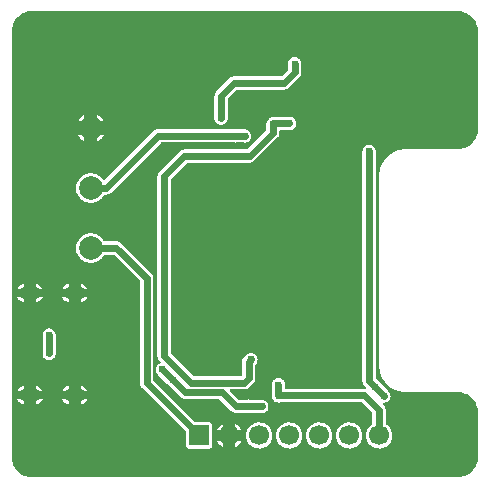
<source format=gbl>
G04 Layer: BottomLayer*
G04 EasyEDA v6.5.22, 2023-04-06 23:37:51*
G04 59bfaf2a9afe4f888a6a27d7eff82a53,13d4147aac1444c28c06bf4132869bd4,10*
G04 Gerber Generator version 0.2*
G04 Scale: 100 percent, Rotated: No, Reflected: No *
G04 Dimensions in millimeters *
G04 leading zeros omitted , absolute positions ,4 integer and 5 decimal *
%FSLAX45Y45*%
%MOMM*%

%ADD10C,0.6000*%
%ADD11O,1.7999964X1.0999978000000001*%
%ADD12C,2.0000*%
%ADD13R,1.7000X1.7000*%
%ADD14C,1.7000*%
%ADD15C,5.0000*%
%ADD16C,0.6096*%
%ADD17C,0.0125*%

%LPD*%
G36*
X200863Y-3974084D02*
G01*
X182422Y-3973118D01*
X165557Y-3970578D01*
X148996Y-3966413D01*
X132943Y-3960571D01*
X117500Y-3953256D01*
X102870Y-3944416D01*
X89204Y-3934206D01*
X76606Y-3922725D01*
X65125Y-3910025D01*
X55016Y-3896258D01*
X46278Y-3881577D01*
X39014Y-3866134D01*
X33324Y-3850030D01*
X29209Y-3833469D01*
X26771Y-3816553D01*
X25908Y-3799128D01*
X25908Y-200863D01*
X26873Y-182422D01*
X29413Y-165557D01*
X33578Y-148996D01*
X39420Y-132943D01*
X46736Y-117500D01*
X55575Y-102870D01*
X65786Y-89204D01*
X77266Y-76606D01*
X89966Y-65125D01*
X103733Y-55016D01*
X118414Y-46278D01*
X133858Y-39014D01*
X149961Y-33324D01*
X166522Y-29209D01*
X183438Y-26771D01*
X200863Y-25908D01*
X3799128Y-25908D01*
X3817569Y-26873D01*
X3834434Y-29413D01*
X3850995Y-33578D01*
X3867048Y-39420D01*
X3882491Y-46736D01*
X3897122Y-55575D01*
X3910787Y-65786D01*
X3923385Y-77266D01*
X3934866Y-89966D01*
X3944975Y-103733D01*
X3953713Y-118414D01*
X3960977Y-133858D01*
X3966667Y-149961D01*
X3970782Y-166522D01*
X3973220Y-183438D01*
X3974084Y-200863D01*
X3974084Y-1021638D01*
X3973118Y-1040028D01*
X3970578Y-1056944D01*
X3966413Y-1073505D01*
X3960571Y-1089558D01*
X3953256Y-1105001D01*
X3944416Y-1119581D01*
X3934206Y-1133297D01*
X3922725Y-1145895D01*
X3910025Y-1157325D01*
X3896258Y-1167485D01*
X3881577Y-1176223D01*
X3866134Y-1183487D01*
X3850030Y-1189177D01*
X3833469Y-1193292D01*
X3816553Y-1195730D01*
X3799128Y-1196594D01*
X3362553Y-1196492D01*
X3341624Y-1197457D01*
X3316782Y-1201166D01*
X3298139Y-1205839D01*
X3277209Y-1213154D01*
X3257092Y-1222502D01*
X3238042Y-1233779D01*
X3235604Y-1235405D01*
X3217875Y-1248714D01*
X3201568Y-1263700D01*
X3188614Y-1277975D01*
X3175304Y-1295704D01*
X3163773Y-1314653D01*
X3162401Y-1317193D01*
X3153054Y-1337310D01*
X3145739Y-1358239D01*
X3141065Y-1376883D01*
X3137357Y-1401724D01*
X3136392Y-1422654D01*
X3136392Y-3021990D01*
X3137662Y-3031185D01*
X3138424Y-3046476D01*
X3141522Y-3068421D01*
X3142081Y-3071317D01*
X3146755Y-3089960D01*
X3154121Y-3110890D01*
X3163468Y-3131007D01*
X3174746Y-3150057D01*
X3187801Y-3167938D01*
X3202584Y-3184499D01*
X3218942Y-3199485D01*
X3239058Y-3214420D01*
X3255568Y-3224326D01*
X3275584Y-3233928D01*
X3278276Y-3235045D01*
X3299155Y-3242360D01*
X3317849Y-3247034D01*
X3342640Y-3250742D01*
X3361588Y-3251657D01*
X3366465Y-3251403D01*
X3799332Y-3251301D01*
X3817721Y-3252266D01*
X3834637Y-3254806D01*
X3851198Y-3259023D01*
X3867251Y-3264814D01*
X3882644Y-3272129D01*
X3897274Y-3280968D01*
X3910990Y-3291179D01*
X3923588Y-3302711D01*
X3935018Y-3315360D01*
X3945178Y-3329127D01*
X3953916Y-3343808D01*
X3961180Y-3359251D01*
X3966870Y-3375355D01*
X3970985Y-3391915D01*
X3973423Y-3408832D01*
X3974084Y-3426002D01*
X3974084Y-3799128D01*
X3973118Y-3817569D01*
X3970578Y-3834434D01*
X3966413Y-3850995D01*
X3960571Y-3867048D01*
X3953256Y-3882491D01*
X3944416Y-3897122D01*
X3934206Y-3910787D01*
X3922725Y-3923385D01*
X3910025Y-3934866D01*
X3896258Y-3944975D01*
X3881577Y-3953713D01*
X3866134Y-3960977D01*
X3850030Y-3966667D01*
X3833469Y-3970782D01*
X3816553Y-3973220D01*
X3799128Y-3974084D01*
G37*

%LPC*%
G36*
X1528470Y-3730396D02*
G01*
X1697329Y-3730396D01*
X1703628Y-3729685D01*
X1709115Y-3727805D01*
X1713992Y-3724706D01*
X1718106Y-3720592D01*
X1721205Y-3715715D01*
X1723085Y-3710228D01*
X1723796Y-3703929D01*
X1723796Y-3535070D01*
X1723085Y-3528771D01*
X1721205Y-3523284D01*
X1718106Y-3518408D01*
X1713992Y-3514293D01*
X1709115Y-3511194D01*
X1703628Y-3509314D01*
X1697329Y-3508603D01*
X1585264Y-3508603D01*
X1581353Y-3507841D01*
X1578102Y-3505606D01*
X1226769Y-3154324D01*
X1224584Y-3151022D01*
X1223822Y-3147110D01*
X1223822Y-2287219D01*
X1223568Y-2282190D01*
X1222959Y-2277313D01*
X1221892Y-2272588D01*
X1220419Y-2267915D01*
X1218590Y-2263444D01*
X1216304Y-2259076D01*
X1213713Y-2254961D01*
X1210716Y-2251100D01*
X1207312Y-2247341D01*
X952855Y-1992630D01*
X949045Y-1989175D01*
X945235Y-1986229D01*
X941069Y-1983587D01*
X936802Y-1981352D01*
X932230Y-1979472D01*
X927608Y-1977999D01*
X922832Y-1976932D01*
X918057Y-1976323D01*
X912926Y-1976069D01*
X814222Y-1976069D01*
X810818Y-1975510D01*
X807770Y-1973783D01*
X805535Y-1971192D01*
X799033Y-1960473D01*
X789686Y-1948535D01*
X778916Y-1937766D01*
X766978Y-1928418D01*
X753973Y-1920544D01*
X740105Y-1914296D01*
X725576Y-1909775D01*
X710641Y-1907032D01*
X695452Y-1906117D01*
X680262Y-1907032D01*
X665327Y-1909775D01*
X650798Y-1914296D01*
X636930Y-1920544D01*
X623925Y-1928418D01*
X611987Y-1937766D01*
X601218Y-1948535D01*
X591870Y-1960473D01*
X583996Y-1973478D01*
X577748Y-1987346D01*
X573227Y-2001875D01*
X570484Y-2016810D01*
X569569Y-2032000D01*
X570484Y-2047189D01*
X573227Y-2062124D01*
X577748Y-2076653D01*
X583996Y-2090521D01*
X591870Y-2103526D01*
X601218Y-2115464D01*
X611987Y-2126234D01*
X623925Y-2135581D01*
X636930Y-2143455D01*
X650798Y-2149703D01*
X665327Y-2154224D01*
X680262Y-2156968D01*
X695452Y-2157882D01*
X710641Y-2156968D01*
X725576Y-2154224D01*
X740105Y-2149703D01*
X753973Y-2143455D01*
X766978Y-2135581D01*
X778916Y-2126234D01*
X789686Y-2115464D01*
X799033Y-2103526D01*
X805535Y-2092807D01*
X807770Y-2090216D01*
X810818Y-2088489D01*
X814222Y-2087930D01*
X885748Y-2087930D01*
X889660Y-2088692D01*
X892911Y-2090877D01*
X1109014Y-2307183D01*
X1111199Y-2310485D01*
X1111961Y-2314346D01*
X1111961Y-3174288D01*
X1112215Y-3179368D01*
X1112824Y-3184194D01*
X1113891Y-3188970D01*
X1115364Y-3193592D01*
X1117244Y-3198114D01*
X1119479Y-3202432D01*
X1122121Y-3206546D01*
X1125067Y-3210407D01*
X1128522Y-3214166D01*
X1499006Y-3584701D01*
X1501241Y-3587953D01*
X1502003Y-3591864D01*
X1502003Y-3703929D01*
X1502714Y-3710228D01*
X1504594Y-3715715D01*
X1507693Y-3720592D01*
X1511808Y-3724706D01*
X1516684Y-3727805D01*
X1522171Y-3729685D01*
G37*
G36*
X2124456Y-3730345D02*
G01*
X2138578Y-3728974D01*
X2152446Y-3725824D01*
X2165807Y-3720896D01*
X2178405Y-3714343D01*
X2190038Y-3706215D01*
X2200554Y-3696665D01*
X2209749Y-3685844D01*
X2217521Y-3673906D01*
X2223668Y-3661105D01*
X2228138Y-3647643D01*
X2230882Y-3633673D01*
X2231796Y-3619500D01*
X2230882Y-3605326D01*
X2228138Y-3591356D01*
X2223668Y-3577894D01*
X2217521Y-3565093D01*
X2209749Y-3553155D01*
X2200554Y-3542334D01*
X2190038Y-3532784D01*
X2178405Y-3524656D01*
X2165807Y-3518103D01*
X2152446Y-3513175D01*
X2138578Y-3510026D01*
X2124456Y-3508654D01*
X2110232Y-3509111D01*
X2096211Y-3511397D01*
X2082596Y-3515461D01*
X2069592Y-3521201D01*
X2057450Y-3528568D01*
X2046325Y-3537407D01*
X2036470Y-3547618D01*
X2027986Y-3558997D01*
X2020976Y-3571392D01*
X2015642Y-3584549D01*
X2012035Y-3598316D01*
X2010257Y-3612387D01*
X2010257Y-3626612D01*
X2012035Y-3640683D01*
X2015642Y-3654450D01*
X2020976Y-3667607D01*
X2027986Y-3680002D01*
X2036470Y-3691382D01*
X2046325Y-3701592D01*
X2057450Y-3710432D01*
X2069592Y-3717798D01*
X2082596Y-3723589D01*
X2096211Y-3727602D01*
X2110232Y-3729888D01*
G37*
G36*
X2378456Y-3730345D02*
G01*
X2392578Y-3728974D01*
X2406446Y-3725824D01*
X2419807Y-3720896D01*
X2432405Y-3714343D01*
X2444038Y-3706215D01*
X2454554Y-3696665D01*
X2463749Y-3685844D01*
X2471521Y-3673906D01*
X2477668Y-3661105D01*
X2482138Y-3647643D01*
X2484882Y-3633673D01*
X2485796Y-3619500D01*
X2484882Y-3605326D01*
X2482138Y-3591356D01*
X2477668Y-3577894D01*
X2471521Y-3565093D01*
X2463749Y-3553155D01*
X2454554Y-3542334D01*
X2444038Y-3532784D01*
X2432405Y-3524656D01*
X2419807Y-3518103D01*
X2406446Y-3513175D01*
X2392578Y-3510026D01*
X2378456Y-3508654D01*
X2364232Y-3509111D01*
X2350211Y-3511397D01*
X2336596Y-3515461D01*
X2323592Y-3521201D01*
X2311450Y-3528568D01*
X2300325Y-3537407D01*
X2290470Y-3547618D01*
X2281986Y-3558997D01*
X2274976Y-3571392D01*
X2269642Y-3584549D01*
X2266035Y-3598316D01*
X2264257Y-3612387D01*
X2264257Y-3626612D01*
X2266035Y-3640683D01*
X2269642Y-3654450D01*
X2274976Y-3667607D01*
X2281986Y-3680002D01*
X2290470Y-3691382D01*
X2300325Y-3701592D01*
X2311450Y-3710432D01*
X2323592Y-3717798D01*
X2336596Y-3723589D01*
X2350211Y-3727602D01*
X2364232Y-3729888D01*
G37*
G36*
X2886456Y-3730345D02*
G01*
X2900578Y-3728974D01*
X2914446Y-3725824D01*
X2927807Y-3720896D01*
X2940405Y-3714343D01*
X2952038Y-3706215D01*
X2962554Y-3696665D01*
X2971749Y-3685844D01*
X2979521Y-3673906D01*
X2985668Y-3661105D01*
X2990138Y-3647643D01*
X2992882Y-3633673D01*
X2993796Y-3619500D01*
X2992882Y-3605326D01*
X2990138Y-3591356D01*
X2985668Y-3577894D01*
X2979521Y-3565093D01*
X2971749Y-3553155D01*
X2962554Y-3542334D01*
X2952038Y-3532784D01*
X2940405Y-3524656D01*
X2927807Y-3518103D01*
X2914446Y-3513175D01*
X2900578Y-3510026D01*
X2886456Y-3508654D01*
X2872232Y-3509111D01*
X2858211Y-3511397D01*
X2844596Y-3515461D01*
X2831592Y-3521201D01*
X2819450Y-3528568D01*
X2808325Y-3537407D01*
X2798470Y-3547618D01*
X2789986Y-3558997D01*
X2782976Y-3571392D01*
X2777642Y-3584549D01*
X2774035Y-3598316D01*
X2772257Y-3612387D01*
X2772257Y-3626612D01*
X2774035Y-3640683D01*
X2777642Y-3654450D01*
X2782976Y-3667607D01*
X2789986Y-3680002D01*
X2798470Y-3691382D01*
X2808325Y-3701592D01*
X2819450Y-3710432D01*
X2831592Y-3717798D01*
X2844596Y-3723589D01*
X2858211Y-3727602D01*
X2872232Y-3729888D01*
G37*
G36*
X2632456Y-3730345D02*
G01*
X2646578Y-3728974D01*
X2660446Y-3725824D01*
X2673807Y-3720896D01*
X2686405Y-3714343D01*
X2698038Y-3706215D01*
X2708554Y-3696665D01*
X2717749Y-3685844D01*
X2725521Y-3673906D01*
X2731668Y-3661105D01*
X2736138Y-3647643D01*
X2738882Y-3633673D01*
X2739796Y-3619500D01*
X2738882Y-3605326D01*
X2736138Y-3591356D01*
X2731668Y-3577894D01*
X2725521Y-3565093D01*
X2717749Y-3553155D01*
X2708554Y-3542334D01*
X2698038Y-3532784D01*
X2686405Y-3524656D01*
X2673807Y-3518103D01*
X2660446Y-3513175D01*
X2646578Y-3510026D01*
X2632456Y-3508654D01*
X2618232Y-3509111D01*
X2604211Y-3511397D01*
X2590596Y-3515461D01*
X2577592Y-3521201D01*
X2565450Y-3528568D01*
X2554325Y-3537407D01*
X2544470Y-3547618D01*
X2535986Y-3558997D01*
X2528976Y-3571392D01*
X2523642Y-3584549D01*
X2520035Y-3598316D01*
X2518257Y-3612387D01*
X2518257Y-3626612D01*
X2520035Y-3640683D01*
X2523642Y-3654450D01*
X2528976Y-3667607D01*
X2535986Y-3680002D01*
X2544470Y-3691382D01*
X2554325Y-3701592D01*
X2565450Y-3710432D01*
X2577592Y-3717798D01*
X2590596Y-3723589D01*
X2604211Y-3727602D01*
X2618232Y-3729888D01*
G37*
G36*
X3140456Y-3730345D02*
G01*
X3154578Y-3728974D01*
X3168446Y-3725824D01*
X3181807Y-3720896D01*
X3194405Y-3714343D01*
X3206038Y-3706215D01*
X3216554Y-3696665D01*
X3225749Y-3685844D01*
X3233521Y-3673906D01*
X3239668Y-3661105D01*
X3244138Y-3647643D01*
X3246882Y-3633673D01*
X3247796Y-3619500D01*
X3246882Y-3605326D01*
X3244138Y-3591356D01*
X3239668Y-3577894D01*
X3233521Y-3565093D01*
X3225749Y-3553155D01*
X3216554Y-3542334D01*
X3206038Y-3532784D01*
X3197148Y-3526586D01*
X3194812Y-3524351D01*
X3193338Y-3521456D01*
X3192830Y-3518255D01*
X3192830Y-3404615D01*
X3192576Y-3399536D01*
X3191967Y-3394710D01*
X3190900Y-3389934D01*
X3189427Y-3385261D01*
X3187547Y-3380790D01*
X3185312Y-3376472D01*
X3182670Y-3372358D01*
X3179724Y-3368446D01*
X3176270Y-3364687D01*
X3169716Y-3358134D01*
X3167481Y-3354781D01*
X3166719Y-3350768D01*
X3167634Y-3346805D01*
X3170021Y-3343503D01*
X3173476Y-3341370D01*
X3177540Y-3340811D01*
X3187344Y-3339947D01*
X3196793Y-3337407D01*
X3205734Y-3333292D01*
X3213760Y-3327654D01*
X3220720Y-3320694D01*
X3226358Y-3312668D01*
X3230473Y-3303727D01*
X3233013Y-3294278D01*
X3233877Y-3284474D01*
X3233013Y-3274669D01*
X3230473Y-3265220D01*
X3226358Y-3256279D01*
X3220720Y-3248253D01*
X3213658Y-3241243D01*
X3212236Y-3240074D01*
X3110839Y-3137052D01*
X3108655Y-3133750D01*
X3107893Y-3129889D01*
X3107893Y-1217472D01*
X3108350Y-1211986D01*
X3107486Y-1202182D01*
X3104946Y-1192733D01*
X3100781Y-1183792D01*
X3095142Y-1175766D01*
X3088233Y-1168806D01*
X3080156Y-1163167D01*
X3071266Y-1159052D01*
X3061766Y-1156512D01*
X3052013Y-1155649D01*
X3042208Y-1156512D01*
X3032709Y-1159052D01*
X3023819Y-1163167D01*
X3015742Y-1168806D01*
X3008833Y-1175766D01*
X3003194Y-1183792D01*
X2999028Y-1192733D01*
X2996488Y-1202182D01*
X2995625Y-1211986D01*
X2996082Y-1217472D01*
X2996082Y-1293368D01*
X2994863Y-1305915D01*
X2996082Y-1318412D01*
X2996082Y-3156762D01*
X2996285Y-3161385D01*
X2996946Y-3166719D01*
X2997860Y-3170986D01*
X2999486Y-3176117D01*
X3001111Y-3180181D01*
X3003600Y-3184956D01*
X3005937Y-3188665D01*
X3009188Y-3192932D01*
X3012287Y-3196336D01*
X3022701Y-3206902D01*
X3024886Y-3210306D01*
X3025648Y-3214268D01*
X3024733Y-3218180D01*
X3022447Y-3221482D01*
X3018993Y-3223564D01*
X3015030Y-3224225D01*
X3012287Y-3224072D01*
X2351074Y-3224072D01*
X2347163Y-3223310D01*
X2343861Y-3221126D01*
X2341676Y-3217824D01*
X2340914Y-3213912D01*
X2340965Y-3193491D01*
X2341321Y-3189020D01*
X2340457Y-3179216D01*
X2337917Y-3169716D01*
X2333802Y-3160826D01*
X2328164Y-3152749D01*
X2321204Y-3145840D01*
X2313178Y-3140202D01*
X2304237Y-3136036D01*
X2294788Y-3133496D01*
X2284984Y-3132632D01*
X2275179Y-3133496D01*
X2265730Y-3136036D01*
X2256790Y-3140202D01*
X2248763Y-3145840D01*
X2241804Y-3152749D01*
X2236165Y-3160826D01*
X2232050Y-3169716D01*
X2229510Y-3179216D01*
X2228646Y-3189020D01*
X2229104Y-3194608D01*
X2229104Y-3279546D01*
X2230018Y-3290417D01*
X2230475Y-3293821D01*
X2233066Y-3303473D01*
X2237181Y-3312414D01*
X2242820Y-3320440D01*
X2249779Y-3327400D01*
X2257806Y-3333038D01*
X2266746Y-3337153D01*
X2276195Y-3339693D01*
X2286000Y-3340557D01*
X2295804Y-3339693D01*
X2305964Y-3336848D01*
X2310231Y-3335883D01*
X2985109Y-3335883D01*
X2989021Y-3336696D01*
X2992323Y-3338880D01*
X3078022Y-3424580D01*
X3080207Y-3427882D01*
X3080969Y-3431743D01*
X3080969Y-3518255D01*
X3080410Y-3521659D01*
X3078683Y-3524707D01*
X3076092Y-3526942D01*
X3073450Y-3528568D01*
X3062325Y-3537407D01*
X3052470Y-3547618D01*
X3043986Y-3558997D01*
X3036976Y-3571392D01*
X3031642Y-3584549D01*
X3028035Y-3598316D01*
X3026257Y-3612387D01*
X3026257Y-3626612D01*
X3028035Y-3640683D01*
X3031642Y-3654450D01*
X3036976Y-3667607D01*
X3043986Y-3680002D01*
X3052470Y-3691382D01*
X3062325Y-3701592D01*
X3073450Y-3710432D01*
X3085592Y-3717798D01*
X3098596Y-3723589D01*
X3112211Y-3727602D01*
X3126232Y-3729888D01*
G37*
G36*
X1818030Y-3718915D02*
G01*
X1818030Y-3668369D01*
X1767433Y-3668369D01*
X1773986Y-3680002D01*
X1782470Y-3691382D01*
X1792325Y-3701592D01*
X1803450Y-3710432D01*
X1815592Y-3717798D01*
G37*
G36*
X1915769Y-3718814D02*
G01*
X1924405Y-3714343D01*
X1936038Y-3706215D01*
X1946554Y-3696665D01*
X1955749Y-3685844D01*
X1963521Y-3673906D01*
X1966214Y-3668369D01*
X1915769Y-3668369D01*
G37*
G36*
X1915769Y-3570630D02*
G01*
X1966214Y-3570630D01*
X1963521Y-3565093D01*
X1955749Y-3553155D01*
X1946554Y-3542334D01*
X1936038Y-3532784D01*
X1924405Y-3524656D01*
X1915769Y-3520186D01*
G37*
G36*
X1767433Y-3570630D02*
G01*
X1818030Y-3570630D01*
X1818030Y-3520084D01*
X1815592Y-3521201D01*
X1803450Y-3528568D01*
X1792325Y-3537407D01*
X1782470Y-3547618D01*
X1773986Y-3558997D01*
G37*
G36*
X2143506Y-3428847D02*
G01*
X2153310Y-3427984D01*
X2162759Y-3425444D01*
X2171700Y-3421278D01*
X2179726Y-3415639D01*
X2186686Y-3408730D01*
X2192324Y-3400653D01*
X2196439Y-3391763D01*
X2198979Y-3382264D01*
X2199843Y-3372510D01*
X2198979Y-3362706D01*
X2196439Y-3353206D01*
X2192324Y-3344316D01*
X2186686Y-3336239D01*
X2179726Y-3329330D01*
X2171700Y-3323691D01*
X2162759Y-3319526D01*
X2153310Y-3316986D01*
X2143506Y-3316122D01*
X2136546Y-3316681D01*
X2048764Y-3316681D01*
X2046173Y-3316376D01*
X2041804Y-3315208D01*
X2032000Y-3314344D01*
X2022195Y-3315208D01*
X2017826Y-3316376D01*
X2015236Y-3316681D01*
X1950923Y-3316681D01*
X1947011Y-3315919D01*
X1943709Y-3313734D01*
X1874672Y-3244697D01*
X1872488Y-3241395D01*
X1871725Y-3237534D01*
X1872488Y-3233623D01*
X1874672Y-3230321D01*
X1877974Y-3228136D01*
X1881886Y-3227374D01*
X1995220Y-3227374D01*
X2000300Y-3227120D01*
X2005126Y-3226511D01*
X2009902Y-3225444D01*
X2014524Y-3223971D01*
X2019046Y-3222091D01*
X2023364Y-3219856D01*
X2027478Y-3217214D01*
X2031339Y-3214268D01*
X2035098Y-3210814D01*
X2071370Y-3174542D01*
X2074824Y-3170783D01*
X2077770Y-3166922D01*
X2080412Y-3162808D01*
X2082647Y-3158490D01*
X2084527Y-3153968D01*
X2086000Y-3149295D01*
X2087473Y-3142792D01*
X2088337Y-3132785D01*
X2087930Y-3127298D01*
X2087930Y-3023209D01*
X2088692Y-3019298D01*
X2090877Y-3015996D01*
X2094687Y-3012236D01*
X2100326Y-3004159D01*
X2104440Y-2995269D01*
X2106980Y-2985770D01*
X2107844Y-2976016D01*
X2106980Y-2966212D01*
X2104440Y-2956712D01*
X2100326Y-2947822D01*
X2094687Y-2939745D01*
X2087727Y-2932836D01*
X2079701Y-2927197D01*
X2070760Y-2923032D01*
X2061311Y-2920492D01*
X2051507Y-2919628D01*
X2041702Y-2920492D01*
X2032254Y-2923032D01*
X2023313Y-2927197D01*
X2015286Y-2932836D01*
X2008327Y-2939745D01*
X2006650Y-2941878D01*
X1992884Y-2955442D01*
X1989175Y-2959506D01*
X1986432Y-2963011D01*
X1983587Y-2967482D01*
X1981504Y-2971444D01*
X1979472Y-2976321D01*
X1978101Y-2980588D01*
X1976932Y-2985770D01*
X1976374Y-2990138D01*
X1976069Y-2995676D01*
X1976069Y-3105353D01*
X1975307Y-3109264D01*
X1973122Y-3112566D01*
X1969820Y-3114751D01*
X1965909Y-3115513D01*
X1570431Y-3115513D01*
X1566519Y-3114751D01*
X1563217Y-3112566D01*
X1374851Y-2924200D01*
X1372666Y-2920898D01*
X1371904Y-2916986D01*
X1371904Y-1453845D01*
X1372666Y-1449933D01*
X1374851Y-1446631D01*
X1509115Y-1312367D01*
X1512417Y-1310182D01*
X1516329Y-1309420D01*
X2039416Y-1309420D01*
X2044496Y-1309166D01*
X2049322Y-1308557D01*
X2054098Y-1307490D01*
X2058720Y-1306017D01*
X2063242Y-1304137D01*
X2067560Y-1301902D01*
X2071674Y-1299260D01*
X2075535Y-1296314D01*
X2079294Y-1292860D01*
X2276094Y-1096060D01*
X2279548Y-1092301D01*
X2282494Y-1088440D01*
X2285136Y-1084326D01*
X2287371Y-1080008D01*
X2289251Y-1075486D01*
X2290724Y-1070864D01*
X2291791Y-1066088D01*
X2292400Y-1061262D01*
X2292654Y-1056182D01*
X2292654Y-1042365D01*
X2293416Y-1038453D01*
X2295601Y-1035151D01*
X2298903Y-1032967D01*
X2302814Y-1032205D01*
X2372461Y-1032205D01*
X2377948Y-1032611D01*
X2387752Y-1031748D01*
X2397201Y-1029208D01*
X2406142Y-1025093D01*
X2414168Y-1019454D01*
X2421128Y-1012494D01*
X2426766Y-1004468D01*
X2430881Y-995527D01*
X2433421Y-986078D01*
X2434285Y-976274D01*
X2433421Y-966469D01*
X2430881Y-957021D01*
X2426766Y-948080D01*
X2421128Y-940053D01*
X2414168Y-933094D01*
X2406142Y-927455D01*
X2397201Y-923340D01*
X2387752Y-920800D01*
X2377948Y-919937D01*
X2372461Y-920343D01*
X2242058Y-920343D01*
X2236978Y-920597D01*
X2232101Y-921207D01*
X2227376Y-922274D01*
X2222703Y-923747D01*
X2218182Y-925626D01*
X2213864Y-927862D01*
X2209749Y-930503D01*
X2206091Y-933297D01*
X2200656Y-938072D01*
X2193493Y-945235D01*
X2187854Y-953262D01*
X2183688Y-962202D01*
X2181148Y-971651D01*
X2180285Y-981456D01*
X2180793Y-987806D01*
X2180793Y-1029004D01*
X2180031Y-1032916D01*
X2177846Y-1036218D01*
X2019452Y-1194612D01*
X2016150Y-1196797D01*
X2012238Y-1197559D01*
X1489151Y-1197559D01*
X1484071Y-1197813D01*
X1479245Y-1198422D01*
X1474470Y-1199489D01*
X1469847Y-1200962D01*
X1465326Y-1202842D01*
X1461008Y-1205077D01*
X1456893Y-1207719D01*
X1453032Y-1210665D01*
X1449273Y-1214120D01*
X1276604Y-1386789D01*
X1273149Y-1390548D01*
X1270203Y-1394409D01*
X1267561Y-1398524D01*
X1265326Y-1402842D01*
X1263446Y-1407363D01*
X1261973Y-1411986D01*
X1260906Y-1416761D01*
X1260297Y-1421587D01*
X1260043Y-1426667D01*
X1260043Y-2944164D01*
X1260297Y-2949244D01*
X1260906Y-2954070D01*
X1261973Y-2958846D01*
X1263446Y-2963468D01*
X1265326Y-2967990D01*
X1267561Y-2972308D01*
X1270203Y-2976422D01*
X1273149Y-2980283D01*
X1276604Y-2984042D01*
X1283563Y-2991002D01*
X1285697Y-2994202D01*
X1286510Y-2998012D01*
X1285849Y-3001822D01*
X1283817Y-3005124D01*
X1280668Y-3007410D01*
X1273403Y-3010763D01*
X1265326Y-3016402D01*
X1258417Y-3023362D01*
X1252778Y-3031388D01*
X1248613Y-3040329D01*
X1246073Y-3049778D01*
X1245209Y-3059582D01*
X1246073Y-3069386D01*
X1248613Y-3078835D01*
X1252778Y-3087776D01*
X1258417Y-3095802D01*
X1265732Y-3103016D01*
X1267104Y-3104134D01*
X1343914Y-3180994D01*
X1345336Y-3182721D01*
X1352854Y-3190087D01*
X1354226Y-3191205D01*
X1455369Y-3292348D01*
X1459128Y-3295802D01*
X1462989Y-3298748D01*
X1467104Y-3301390D01*
X1471422Y-3303625D01*
X1475943Y-3305505D01*
X1480566Y-3306978D01*
X1485341Y-3308045D01*
X1490167Y-3308654D01*
X1495247Y-3308908D01*
X1776526Y-3308908D01*
X1780438Y-3309670D01*
X1783740Y-3311855D01*
X1883867Y-3411982D01*
X1887626Y-3415436D01*
X1891487Y-3418382D01*
X1895602Y-3421024D01*
X1899920Y-3423259D01*
X1904441Y-3425139D01*
X1909064Y-3426612D01*
X1913839Y-3427679D01*
X1918665Y-3428288D01*
X1923745Y-3428542D01*
X2139492Y-3428542D01*
G37*
G36*
X508152Y-3354476D02*
G01*
X508152Y-3309365D01*
X451053Y-3309365D01*
X456438Y-3319221D01*
X463346Y-3328466D01*
X471525Y-3336645D01*
X480771Y-3343554D01*
X490880Y-3349091D01*
X501700Y-3353104D01*
G37*
G36*
X128168Y-3354476D02*
G01*
X128168Y-3309365D01*
X71069Y-3309365D01*
X76454Y-3319221D01*
X83362Y-3328466D01*
X91541Y-3336645D01*
X100787Y-3343554D01*
X110896Y-3349091D01*
X121716Y-3353104D01*
G37*
G36*
X230835Y-3354476D02*
G01*
X237286Y-3353104D01*
X248107Y-3349091D01*
X258216Y-3343554D01*
X267462Y-3336645D01*
X275640Y-3328466D01*
X282549Y-3319221D01*
X287934Y-3309365D01*
X230835Y-3309365D01*
G37*
G36*
X610819Y-3354476D02*
G01*
X617270Y-3353104D01*
X628091Y-3349091D01*
X638200Y-3343554D01*
X647446Y-3336645D01*
X655624Y-3328466D01*
X662533Y-3319221D01*
X667918Y-3309365D01*
X610819Y-3309365D01*
G37*
G36*
X451053Y-3241649D02*
G01*
X508152Y-3241649D01*
X508152Y-3196488D01*
X501700Y-3197910D01*
X490880Y-3201924D01*
X480771Y-3207461D01*
X471525Y-3214370D01*
X463346Y-3222548D01*
X456438Y-3231743D01*
G37*
G36*
X230835Y-3241649D02*
G01*
X287934Y-3241649D01*
X282549Y-3231743D01*
X275640Y-3222548D01*
X267462Y-3214370D01*
X258216Y-3207461D01*
X248107Y-3201924D01*
X237286Y-3197910D01*
X230835Y-3196488D01*
G37*
G36*
X71069Y-3241649D02*
G01*
X128168Y-3241649D01*
X128168Y-3196488D01*
X121716Y-3197910D01*
X110896Y-3201924D01*
X100787Y-3207461D01*
X91541Y-3214370D01*
X83362Y-3222548D01*
X76454Y-3231743D01*
G37*
G36*
X610819Y-3241649D02*
G01*
X667918Y-3241649D01*
X662533Y-3231743D01*
X655624Y-3222548D01*
X647446Y-3214370D01*
X638200Y-3207461D01*
X628091Y-3201924D01*
X617270Y-3197910D01*
X610819Y-3196488D01*
G37*
G36*
X343408Y-2980385D02*
G01*
X353212Y-2979521D01*
X362661Y-2976981D01*
X371602Y-2972866D01*
X379628Y-2967228D01*
X386588Y-2960268D01*
X392226Y-2952242D01*
X396341Y-2943301D01*
X398881Y-2933852D01*
X399745Y-2924048D01*
X399338Y-2918561D01*
X399338Y-2852928D01*
X399745Y-2847441D01*
X399338Y-2841955D01*
X399338Y-2773578D01*
X399745Y-2768092D01*
X398881Y-2758287D01*
X396341Y-2748838D01*
X392226Y-2739898D01*
X386588Y-2731871D01*
X379628Y-2724912D01*
X371602Y-2719273D01*
X362661Y-2715158D01*
X353212Y-2712618D01*
X343408Y-2711754D01*
X333603Y-2712618D01*
X324154Y-2715158D01*
X315214Y-2719273D01*
X307187Y-2724912D01*
X300228Y-2731871D01*
X294589Y-2739898D01*
X290474Y-2748838D01*
X287934Y-2758287D01*
X287070Y-2768092D01*
X287477Y-2773578D01*
X287477Y-2841955D01*
X287070Y-2847441D01*
X287477Y-2852928D01*
X287477Y-2918561D01*
X287070Y-2924048D01*
X287934Y-2933852D01*
X290474Y-2943301D01*
X294589Y-2952242D01*
X300228Y-2960268D01*
X307187Y-2967228D01*
X315214Y-2972866D01*
X324154Y-2976981D01*
X333603Y-2979521D01*
G37*
G36*
X508152Y-2490470D02*
G01*
X508152Y-2445359D01*
X451053Y-2445359D01*
X456438Y-2455214D01*
X463346Y-2464460D01*
X471525Y-2472639D01*
X480771Y-2479548D01*
X490880Y-2485085D01*
X501700Y-2489098D01*
G37*
G36*
X128168Y-2490470D02*
G01*
X128168Y-2445359D01*
X71069Y-2445359D01*
X76454Y-2455214D01*
X83362Y-2464460D01*
X91541Y-2472639D01*
X100787Y-2479548D01*
X110896Y-2485085D01*
X121716Y-2489098D01*
G37*
G36*
X230835Y-2490470D02*
G01*
X237286Y-2489098D01*
X248107Y-2485085D01*
X258216Y-2479548D01*
X267462Y-2472639D01*
X275640Y-2464460D01*
X282549Y-2455214D01*
X287934Y-2445359D01*
X230835Y-2445359D01*
G37*
G36*
X610819Y-2490470D02*
G01*
X617270Y-2489098D01*
X628091Y-2485085D01*
X638200Y-2479548D01*
X647446Y-2472639D01*
X655624Y-2464460D01*
X662533Y-2455214D01*
X667918Y-2445359D01*
X610819Y-2445359D01*
G37*
G36*
X451053Y-2377643D02*
G01*
X508152Y-2377643D01*
X508152Y-2332482D01*
X501700Y-2333904D01*
X490880Y-2337917D01*
X480771Y-2343454D01*
X471525Y-2350363D01*
X463346Y-2358542D01*
X456438Y-2367737D01*
G37*
G36*
X230835Y-2377643D02*
G01*
X287934Y-2377643D01*
X282549Y-2367737D01*
X275640Y-2358542D01*
X267462Y-2350363D01*
X258216Y-2343454D01*
X248107Y-2337917D01*
X237286Y-2333904D01*
X230835Y-2332482D01*
G37*
G36*
X71069Y-2377643D02*
G01*
X128168Y-2377643D01*
X128168Y-2332482D01*
X121716Y-2333904D01*
X110896Y-2337917D01*
X100787Y-2343454D01*
X91541Y-2350363D01*
X83362Y-2358542D01*
X76454Y-2367737D01*
G37*
G36*
X610819Y-2377643D02*
G01*
X667918Y-2377643D01*
X662533Y-2367737D01*
X655624Y-2358542D01*
X647446Y-2350363D01*
X638200Y-2343454D01*
X628091Y-2337917D01*
X617270Y-2333904D01*
X610819Y-2332482D01*
G37*
G36*
X695452Y-1649882D02*
G01*
X710641Y-1648968D01*
X725576Y-1646224D01*
X740105Y-1641703D01*
X753973Y-1635455D01*
X766978Y-1627581D01*
X778916Y-1618234D01*
X789686Y-1607464D01*
X799033Y-1595526D01*
X805535Y-1584807D01*
X807770Y-1582216D01*
X810818Y-1580489D01*
X814222Y-1579930D01*
X824788Y-1579930D01*
X829868Y-1579676D01*
X834694Y-1579067D01*
X839469Y-1578000D01*
X844092Y-1576527D01*
X848614Y-1574647D01*
X852932Y-1572412D01*
X857046Y-1569770D01*
X860907Y-1566824D01*
X864666Y-1563370D01*
X1286103Y-1141933D01*
X1289405Y-1139748D01*
X1293317Y-1138986D01*
X1918207Y-1138986D01*
X1923745Y-1139393D01*
X1929231Y-1138986D01*
X1993138Y-1138986D01*
X1998675Y-1139393D01*
X2008428Y-1138529D01*
X2017928Y-1135989D01*
X2026818Y-1131874D01*
X2034895Y-1126236D01*
X2041804Y-1119276D01*
X2047443Y-1111250D01*
X2051608Y-1102309D01*
X2054148Y-1092860D01*
X2055012Y-1083056D01*
X2054148Y-1073251D01*
X2051608Y-1063802D01*
X2047443Y-1054862D01*
X2041804Y-1046835D01*
X2034895Y-1039876D01*
X2026818Y-1034237D01*
X2017928Y-1030122D01*
X2008428Y-1027582D01*
X1998675Y-1026718D01*
X1993138Y-1027125D01*
X1929231Y-1027125D01*
X1923745Y-1026718D01*
X1918207Y-1027125D01*
X1266139Y-1027125D01*
X1261059Y-1027379D01*
X1256233Y-1027988D01*
X1251458Y-1029055D01*
X1246835Y-1030528D01*
X1242314Y-1032408D01*
X1237996Y-1034643D01*
X1233881Y-1037285D01*
X1230020Y-1040231D01*
X1226261Y-1043686D01*
X815136Y-1454759D01*
X812139Y-1456842D01*
X808583Y-1457706D01*
X804926Y-1457299D01*
X801725Y-1455572D01*
X799033Y-1452473D01*
X789686Y-1440535D01*
X778916Y-1429766D01*
X766978Y-1420418D01*
X753973Y-1412544D01*
X740105Y-1406296D01*
X725576Y-1401775D01*
X710641Y-1399032D01*
X695452Y-1398117D01*
X680262Y-1399032D01*
X665327Y-1401775D01*
X650798Y-1406296D01*
X636930Y-1412544D01*
X623925Y-1420418D01*
X611987Y-1429766D01*
X601218Y-1440535D01*
X591870Y-1452473D01*
X583996Y-1465478D01*
X577748Y-1479346D01*
X573227Y-1493875D01*
X570484Y-1508810D01*
X569569Y-1524000D01*
X570484Y-1539189D01*
X573227Y-1554124D01*
X577748Y-1568653D01*
X583996Y-1582521D01*
X591870Y-1595526D01*
X601218Y-1607464D01*
X611987Y-1618234D01*
X623925Y-1627581D01*
X636930Y-1635455D01*
X650798Y-1641703D01*
X665327Y-1646224D01*
X680262Y-1648968D01*
G37*
G36*
X751789Y-1128420D02*
G01*
X753973Y-1127455D01*
X766978Y-1119581D01*
X778916Y-1110234D01*
X789686Y-1099464D01*
X799033Y-1087526D01*
X806907Y-1074521D01*
X807872Y-1072337D01*
X751789Y-1072337D01*
G37*
G36*
X639114Y-1128420D02*
G01*
X639114Y-1072337D01*
X583031Y-1072337D01*
X583996Y-1074521D01*
X591870Y-1087526D01*
X601218Y-1099464D01*
X611987Y-1110234D01*
X623925Y-1119581D01*
X636930Y-1127455D01*
G37*
G36*
X1798523Y-988364D02*
G01*
X1808276Y-987501D01*
X1817776Y-984961D01*
X1826666Y-980795D01*
X1834743Y-975156D01*
X1841652Y-968248D01*
X1847291Y-960170D01*
X1851456Y-951280D01*
X1853996Y-941781D01*
X1854860Y-932027D01*
X1854403Y-926490D01*
X1854403Y-825601D01*
X1855368Y-814324D01*
X1854911Y-808736D01*
X1854911Y-772363D01*
X1855673Y-768502D01*
X1857857Y-765200D01*
X1929688Y-693369D01*
X1932990Y-691184D01*
X1936851Y-690422D01*
X2332278Y-690422D01*
X2337358Y-690168D01*
X2342184Y-689559D01*
X2346960Y-688492D01*
X2351633Y-687019D01*
X2356104Y-685139D01*
X2360422Y-682904D01*
X2364536Y-680313D01*
X2368448Y-677316D01*
X2372207Y-673862D01*
X2461361Y-584708D01*
X2464816Y-580948D01*
X2467762Y-577088D01*
X2470404Y-572973D01*
X2472639Y-568604D01*
X2474518Y-564134D01*
X2475941Y-559562D01*
X2477465Y-552094D01*
X2478328Y-541985D01*
X2477922Y-536498D01*
X2477922Y-476707D01*
X2478328Y-471220D01*
X2477465Y-461416D01*
X2474925Y-451916D01*
X2470810Y-443026D01*
X2465171Y-434949D01*
X2458212Y-428040D01*
X2450185Y-422401D01*
X2441244Y-418236D01*
X2431796Y-415696D01*
X2421991Y-414832D01*
X2412187Y-415696D01*
X2402738Y-418236D01*
X2393797Y-422401D01*
X2385771Y-428040D01*
X2378811Y-434949D01*
X2373172Y-443026D01*
X2369058Y-451916D01*
X2366518Y-461416D01*
X2365654Y-471220D01*
X2366060Y-476707D01*
X2366060Y-517651D01*
X2365298Y-521512D01*
X2363114Y-524814D01*
X2312314Y-575614D01*
X2309012Y-577799D01*
X2305151Y-578612D01*
X1909724Y-578612D01*
X1904644Y-578815D01*
X1899767Y-579475D01*
X1895043Y-580491D01*
X1890369Y-581964D01*
X1885848Y-583844D01*
X1881530Y-586079D01*
X1877415Y-588721D01*
X1873554Y-591667D01*
X1869795Y-595122D01*
X1759610Y-705307D01*
X1756156Y-709066D01*
X1753209Y-712927D01*
X1750568Y-717042D01*
X1748332Y-721360D01*
X1746453Y-725881D01*
X1744980Y-730554D01*
X1743964Y-735279D01*
X1743303Y-740105D01*
X1743100Y-745236D01*
X1743100Y-807669D01*
X1742592Y-815187D01*
X1742592Y-926490D01*
X1742135Y-932027D01*
X1742998Y-941781D01*
X1745538Y-951280D01*
X1749704Y-960170D01*
X1755343Y-968248D01*
X1762252Y-975156D01*
X1770329Y-980795D01*
X1779219Y-984961D01*
X1788718Y-987501D01*
G37*
G36*
X751789Y-959662D02*
G01*
X807872Y-959662D01*
X806907Y-957478D01*
X799033Y-944473D01*
X789686Y-932535D01*
X778916Y-921766D01*
X766978Y-912418D01*
X753973Y-904544D01*
X751789Y-903579D01*
G37*
G36*
X583031Y-959662D02*
G01*
X639114Y-959662D01*
X639114Y-903579D01*
X636930Y-904544D01*
X623925Y-912418D01*
X611987Y-921766D01*
X601218Y-932535D01*
X591870Y-944473D01*
X583996Y-957478D01*
G37*

%LPD*%
D10*
X559485Y-2411491D02*
G01*
X179501Y-2411491D01*
X343407Y-2768092D02*
G01*
X343407Y-2924047D01*
X695452Y-2032000D02*
G01*
X913129Y-2032000D01*
X1167892Y-2287015D01*
X1167892Y-3174492D01*
X1612900Y-3619500D01*
X559485Y-3275497D02*
G01*
X179501Y-3275497D01*
X2377947Y-976274D02*
G01*
X2241829Y-976274D01*
X2236647Y-981455D01*
X1388618Y-3146552D02*
G01*
X1495044Y-3252978D01*
X1803907Y-3252978D01*
X1923542Y-3372612D01*
X2143506Y-3372612D01*
X1301582Y-3059579D02*
G01*
X1388496Y-3146493D01*
X2421991Y-541995D02*
G01*
X2421991Y-545002D01*
X2332494Y-634499D01*
X1909495Y-634499D01*
X1798995Y-744999D01*
X1798995Y-814334D01*
X1798998Y-814331D02*
G01*
X1798497Y-814831D01*
X1798497Y-932002D01*
X2421991Y-471205D02*
G01*
X2421991Y-541995D01*
X1998652Y-1083055D02*
G01*
X1923722Y-1083055D01*
X3105000Y-3213100D02*
G01*
X3177540Y-3284473D01*
X3051987Y-3156978D01*
X3051987Y-1211986D01*
X3136900Y-3619500D02*
G01*
X3136900Y-3404400D01*
X3012493Y-3279993D01*
X2284994Y-3279993D01*
X2284994Y-3188992D01*
X2236724Y-981455D02*
G01*
X2236724Y-1056386D01*
X2039620Y-1253489D01*
X1488947Y-1253489D01*
X1315973Y-1426463D01*
X1315973Y-2944368D01*
X1543050Y-3171444D01*
X1995424Y-3171444D01*
X2032000Y-3134868D01*
X2032000Y-2995421D01*
X2051558Y-2976118D01*
X1923795Y-1083055D02*
G01*
X1265936Y-1083055D01*
X824992Y-1524000D01*
X695452Y-1524000D01*
D11*
G01*
X559485Y-3275497D03*
G01*
X559485Y-2411491D03*
G01*
X179501Y-3275497D03*
G01*
X179501Y-2411491D03*
D12*
G01*
X695452Y-1016000D03*
G01*
X695452Y-1524000D03*
G01*
X695452Y-2032000D03*
D13*
G01*
X1612900Y-3619500D03*
D14*
G01*
X1866900Y-3619500D03*
G01*
X2120900Y-3619500D03*
G01*
X2374900Y-3619500D03*
G01*
X2628900Y-3619500D03*
G01*
X2882900Y-3619500D03*
G01*
X3136900Y-3619500D03*
D15*
G01*
X340512Y-353009D03*
G01*
X3646982Y-340512D03*
G01*
X3659479Y-3646982D03*
G01*
X353009Y-3659987D03*
D16*
G01*
X2284984Y-3188995D03*
G01*
X2286000Y-3284220D03*
G01*
X3104997Y-3211982D03*
G01*
X3051987Y-1211986D03*
G01*
X3051200Y-1305890D03*
G01*
X3177540Y-3284473D03*
G01*
X1923719Y-1083055D03*
G01*
X1998649Y-1083055D03*
G01*
X2421991Y-541985D03*
G01*
X2421991Y-471195D03*
G01*
X1798497Y-932002D03*
G01*
X1799005Y-814323D03*
G01*
X1388490Y-3146501D03*
G01*
X2143506Y-3372485D03*
G01*
X2032000Y-3370681D03*
G01*
X1301572Y-3059582D03*
G01*
X2377947Y-976274D03*
G01*
X2236647Y-981455D03*
G01*
X2051507Y-2975990D03*
G01*
X2032000Y-3132785D03*
G01*
X343407Y-2924047D03*
G01*
X343407Y-2768092D03*
G01*
X343407Y-2847428D03*
M02*

</source>
